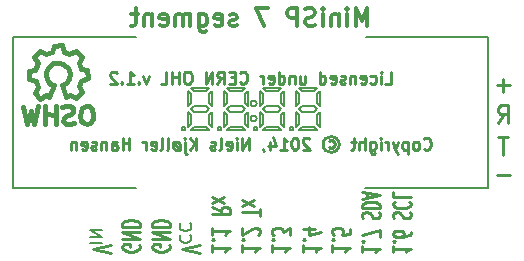
<source format=gbo>
%FSLAX34Y34*%
G04 Gerber Fmt 3.4, Leading zero omitted, Abs format*
G04 (created by PCBNEW (2013-12-28 BZR 4579)-product) date ons 26 feb 2014 22:49:01 CET*
%MOIN*%
G01*
G70*
G90*
G04 APERTURE LIST*
%ADD10C,0.005906*%
%ADD11C,0.008858*%
%ADD12C,0.011811*%
%ADD13C,0.009843*%
%ADD14C,0.008000*%
%ADD15C,0.015000*%
%ADD16O,0.064961X0.100000*%
%ADD17O,0.100000X0.065000*%
%ADD18O,0.065000X0.100000*%
G04 APERTURE END LIST*
G54D10*
G54D11*
X53693Y-42343D02*
X53880Y-42343D01*
X53880Y-41949D01*
X53562Y-42343D02*
X53562Y-42080D01*
X53562Y-41949D02*
X53580Y-41968D01*
X53562Y-41987D01*
X53543Y-41968D01*
X53562Y-41949D01*
X53562Y-41987D01*
X53205Y-42324D02*
X53243Y-42343D01*
X53318Y-42343D01*
X53355Y-42324D01*
X53374Y-42305D01*
X53393Y-42268D01*
X53393Y-42155D01*
X53374Y-42118D01*
X53355Y-42099D01*
X53318Y-42080D01*
X53243Y-42080D01*
X53205Y-42099D01*
X52887Y-42324D02*
X52924Y-42343D01*
X52999Y-42343D01*
X53037Y-42324D01*
X53055Y-42287D01*
X53055Y-42137D01*
X53037Y-42099D01*
X52999Y-42080D01*
X52924Y-42080D01*
X52887Y-42099D01*
X52868Y-42137D01*
X52868Y-42174D01*
X53055Y-42212D01*
X52699Y-42080D02*
X52699Y-42343D01*
X52699Y-42118D02*
X52680Y-42099D01*
X52643Y-42080D01*
X52587Y-42080D01*
X52549Y-42099D01*
X52530Y-42137D01*
X52530Y-42343D01*
X52362Y-42324D02*
X52324Y-42343D01*
X52249Y-42343D01*
X52212Y-42324D01*
X52193Y-42287D01*
X52193Y-42268D01*
X52212Y-42230D01*
X52249Y-42212D01*
X52305Y-42212D01*
X52343Y-42193D01*
X52362Y-42155D01*
X52362Y-42137D01*
X52343Y-42099D01*
X52305Y-42080D01*
X52249Y-42080D01*
X52212Y-42099D01*
X51874Y-42324D02*
X51912Y-42343D01*
X51987Y-42343D01*
X52024Y-42324D01*
X52043Y-42287D01*
X52043Y-42137D01*
X52024Y-42099D01*
X51987Y-42080D01*
X51912Y-42080D01*
X51874Y-42099D01*
X51856Y-42137D01*
X51856Y-42174D01*
X52043Y-42212D01*
X51518Y-42343D02*
X51518Y-41949D01*
X51518Y-42324D02*
X51556Y-42343D01*
X51631Y-42343D01*
X51668Y-42324D01*
X51687Y-42305D01*
X51706Y-42268D01*
X51706Y-42155D01*
X51687Y-42118D01*
X51668Y-42099D01*
X51631Y-42080D01*
X51556Y-42080D01*
X51518Y-42099D01*
X50862Y-42080D02*
X50862Y-42343D01*
X51031Y-42080D02*
X51031Y-42287D01*
X51012Y-42324D01*
X50974Y-42343D01*
X50918Y-42343D01*
X50881Y-42324D01*
X50862Y-42305D01*
X50674Y-42080D02*
X50674Y-42343D01*
X50674Y-42118D02*
X50656Y-42099D01*
X50618Y-42080D01*
X50562Y-42080D01*
X50524Y-42099D01*
X50506Y-42137D01*
X50506Y-42343D01*
X50149Y-42343D02*
X50149Y-41949D01*
X50149Y-42324D02*
X50187Y-42343D01*
X50262Y-42343D01*
X50299Y-42324D01*
X50318Y-42305D01*
X50337Y-42268D01*
X50337Y-42155D01*
X50318Y-42118D01*
X50299Y-42099D01*
X50262Y-42080D01*
X50187Y-42080D01*
X50149Y-42099D01*
X49812Y-42324D02*
X49850Y-42343D01*
X49925Y-42343D01*
X49962Y-42324D01*
X49981Y-42287D01*
X49981Y-42137D01*
X49962Y-42099D01*
X49925Y-42080D01*
X49850Y-42080D01*
X49812Y-42099D01*
X49793Y-42137D01*
X49793Y-42174D01*
X49981Y-42212D01*
X49625Y-42343D02*
X49625Y-42080D01*
X49625Y-42155D02*
X49606Y-42118D01*
X49587Y-42099D01*
X49550Y-42080D01*
X49512Y-42080D01*
X48856Y-42305D02*
X48875Y-42324D01*
X48931Y-42343D01*
X48968Y-42343D01*
X49025Y-42324D01*
X49062Y-42287D01*
X49081Y-42249D01*
X49100Y-42174D01*
X49100Y-42118D01*
X49081Y-42043D01*
X49062Y-42005D01*
X49025Y-41968D01*
X48968Y-41949D01*
X48931Y-41949D01*
X48875Y-41968D01*
X48856Y-41987D01*
X48687Y-42137D02*
X48556Y-42137D01*
X48500Y-42343D02*
X48687Y-42343D01*
X48687Y-41949D01*
X48500Y-41949D01*
X48106Y-42343D02*
X48237Y-42155D01*
X48331Y-42343D02*
X48331Y-41949D01*
X48181Y-41949D01*
X48143Y-41968D01*
X48125Y-41987D01*
X48106Y-42024D01*
X48106Y-42080D01*
X48125Y-42118D01*
X48143Y-42137D01*
X48181Y-42155D01*
X48331Y-42155D01*
X47937Y-42343D02*
X47937Y-41949D01*
X47712Y-42343D01*
X47712Y-41949D01*
X47150Y-41949D02*
X47075Y-41949D01*
X47037Y-41968D01*
X47000Y-42005D01*
X46981Y-42080D01*
X46981Y-42212D01*
X47000Y-42287D01*
X47037Y-42324D01*
X47075Y-42343D01*
X47150Y-42343D01*
X47187Y-42324D01*
X47225Y-42287D01*
X47244Y-42212D01*
X47244Y-42080D01*
X47225Y-42005D01*
X47187Y-41968D01*
X47150Y-41949D01*
X46812Y-42343D02*
X46812Y-41949D01*
X46812Y-42137D02*
X46587Y-42137D01*
X46587Y-42343D02*
X46587Y-41949D01*
X46212Y-42343D02*
X46400Y-42343D01*
X46400Y-41949D01*
X45819Y-42080D02*
X45725Y-42343D01*
X45631Y-42080D01*
X45481Y-42305D02*
X45463Y-42324D01*
X45481Y-42343D01*
X45500Y-42324D01*
X45481Y-42305D01*
X45481Y-42343D01*
X45088Y-42343D02*
X45313Y-42343D01*
X45200Y-42343D02*
X45200Y-41949D01*
X45238Y-42005D01*
X45275Y-42043D01*
X45313Y-42062D01*
X44919Y-42305D02*
X44900Y-42324D01*
X44919Y-42343D01*
X44938Y-42324D01*
X44919Y-42305D01*
X44919Y-42343D01*
X44750Y-41987D02*
X44731Y-41968D01*
X44694Y-41949D01*
X44600Y-41949D01*
X44563Y-41968D01*
X44544Y-41987D01*
X44525Y-42024D01*
X44525Y-42062D01*
X44544Y-42118D01*
X44769Y-42343D01*
X44525Y-42343D01*
G54D12*
X53107Y-40424D02*
X53107Y-39834D01*
X52910Y-40255D01*
X52713Y-39834D01*
X52713Y-40424D01*
X52432Y-40424D02*
X52432Y-40030D01*
X52432Y-39834D02*
X52460Y-39862D01*
X52432Y-39890D01*
X52404Y-39862D01*
X52432Y-39834D01*
X52432Y-39890D01*
X52151Y-40030D02*
X52151Y-40424D01*
X52151Y-40087D02*
X52123Y-40059D01*
X52066Y-40030D01*
X51982Y-40030D01*
X51926Y-40059D01*
X51898Y-40115D01*
X51898Y-40424D01*
X51616Y-40424D02*
X51616Y-40030D01*
X51616Y-39834D02*
X51645Y-39862D01*
X51616Y-39890D01*
X51588Y-39862D01*
X51616Y-39834D01*
X51616Y-39890D01*
X51363Y-40396D02*
X51279Y-40424D01*
X51138Y-40424D01*
X51082Y-40396D01*
X51054Y-40368D01*
X51026Y-40312D01*
X51026Y-40255D01*
X51054Y-40199D01*
X51082Y-40171D01*
X51138Y-40143D01*
X51251Y-40115D01*
X51307Y-40087D01*
X51335Y-40059D01*
X51363Y-40002D01*
X51363Y-39946D01*
X51335Y-39890D01*
X51307Y-39862D01*
X51251Y-39834D01*
X51110Y-39834D01*
X51026Y-39862D01*
X50773Y-40424D02*
X50773Y-39834D01*
X50548Y-39834D01*
X50492Y-39862D01*
X50464Y-39890D01*
X50435Y-39946D01*
X50435Y-40030D01*
X50464Y-40087D01*
X50492Y-40115D01*
X50548Y-40143D01*
X50773Y-40143D01*
X49789Y-39834D02*
X49395Y-39834D01*
X49648Y-40424D01*
X48748Y-40396D02*
X48692Y-40424D01*
X48579Y-40424D01*
X48523Y-40396D01*
X48495Y-40340D01*
X48495Y-40312D01*
X48523Y-40255D01*
X48579Y-40227D01*
X48664Y-40227D01*
X48720Y-40199D01*
X48748Y-40143D01*
X48748Y-40115D01*
X48720Y-40059D01*
X48664Y-40030D01*
X48579Y-40030D01*
X48523Y-40059D01*
X48017Y-40396D02*
X48073Y-40424D01*
X48186Y-40424D01*
X48242Y-40396D01*
X48270Y-40340D01*
X48270Y-40115D01*
X48242Y-40059D01*
X48186Y-40030D01*
X48073Y-40030D01*
X48017Y-40059D01*
X47989Y-40115D01*
X47989Y-40171D01*
X48270Y-40227D01*
X47483Y-40030D02*
X47483Y-40508D01*
X47511Y-40565D01*
X47539Y-40593D01*
X47595Y-40621D01*
X47679Y-40621D01*
X47736Y-40593D01*
X47483Y-40396D02*
X47539Y-40424D01*
X47651Y-40424D01*
X47708Y-40396D01*
X47736Y-40368D01*
X47764Y-40312D01*
X47764Y-40143D01*
X47736Y-40087D01*
X47708Y-40059D01*
X47651Y-40030D01*
X47539Y-40030D01*
X47483Y-40059D01*
X47201Y-40424D02*
X47201Y-40030D01*
X47201Y-40087D02*
X47173Y-40059D01*
X47117Y-40030D01*
X47033Y-40030D01*
X46976Y-40059D01*
X46948Y-40115D01*
X46948Y-40424D01*
X46948Y-40115D02*
X46920Y-40059D01*
X46864Y-40030D01*
X46780Y-40030D01*
X46723Y-40059D01*
X46695Y-40115D01*
X46695Y-40424D01*
X46189Y-40396D02*
X46245Y-40424D01*
X46358Y-40424D01*
X46414Y-40396D01*
X46442Y-40340D01*
X46442Y-40115D01*
X46414Y-40059D01*
X46358Y-40030D01*
X46245Y-40030D01*
X46189Y-40059D01*
X46161Y-40115D01*
X46161Y-40171D01*
X46442Y-40227D01*
X45908Y-40030D02*
X45908Y-40424D01*
X45908Y-40087D02*
X45880Y-40059D01*
X45823Y-40030D01*
X45739Y-40030D01*
X45683Y-40059D01*
X45655Y-40115D01*
X45655Y-40424D01*
X45458Y-40030D02*
X45233Y-40030D01*
X45374Y-39834D02*
X45374Y-40340D01*
X45345Y-40396D01*
X45289Y-40424D01*
X45233Y-40424D01*
G54D11*
X54977Y-44510D02*
X54996Y-44529D01*
X55052Y-44548D01*
X55089Y-44548D01*
X55146Y-44529D01*
X55183Y-44491D01*
X55202Y-44454D01*
X55221Y-44379D01*
X55221Y-44323D01*
X55202Y-44248D01*
X55183Y-44210D01*
X55146Y-44173D01*
X55089Y-44154D01*
X55052Y-44154D01*
X54996Y-44173D01*
X54977Y-44191D01*
X54752Y-44548D02*
X54790Y-44529D01*
X54808Y-44510D01*
X54827Y-44473D01*
X54827Y-44360D01*
X54808Y-44323D01*
X54790Y-44304D01*
X54752Y-44285D01*
X54696Y-44285D01*
X54658Y-44304D01*
X54640Y-44323D01*
X54621Y-44360D01*
X54621Y-44473D01*
X54640Y-44510D01*
X54658Y-44529D01*
X54696Y-44548D01*
X54752Y-44548D01*
X54452Y-44285D02*
X54452Y-44679D01*
X54452Y-44304D02*
X54415Y-44285D01*
X54340Y-44285D01*
X54302Y-44304D01*
X54283Y-44323D01*
X54265Y-44360D01*
X54265Y-44473D01*
X54283Y-44510D01*
X54302Y-44529D01*
X54340Y-44548D01*
X54415Y-44548D01*
X54452Y-44529D01*
X54133Y-44285D02*
X54040Y-44548D01*
X53946Y-44285D02*
X54040Y-44548D01*
X54077Y-44641D01*
X54096Y-44660D01*
X54133Y-44679D01*
X53796Y-44548D02*
X53796Y-44285D01*
X53796Y-44360D02*
X53777Y-44323D01*
X53758Y-44304D01*
X53721Y-44285D01*
X53683Y-44285D01*
X53552Y-44548D02*
X53552Y-44285D01*
X53552Y-44154D02*
X53571Y-44173D01*
X53552Y-44191D01*
X53533Y-44173D01*
X53552Y-44154D01*
X53552Y-44191D01*
X53196Y-44285D02*
X53196Y-44604D01*
X53215Y-44641D01*
X53233Y-44660D01*
X53271Y-44679D01*
X53327Y-44679D01*
X53365Y-44660D01*
X53196Y-44529D02*
X53233Y-44548D01*
X53308Y-44548D01*
X53346Y-44529D01*
X53365Y-44510D01*
X53383Y-44473D01*
X53383Y-44360D01*
X53365Y-44323D01*
X53346Y-44304D01*
X53308Y-44285D01*
X53233Y-44285D01*
X53196Y-44304D01*
X53008Y-44548D02*
X53008Y-44154D01*
X52840Y-44548D02*
X52840Y-44341D01*
X52859Y-44304D01*
X52896Y-44285D01*
X52952Y-44285D01*
X52990Y-44304D01*
X53008Y-44323D01*
X52709Y-44285D02*
X52559Y-44285D01*
X52652Y-44154D02*
X52652Y-44491D01*
X52634Y-44529D01*
X52596Y-44548D01*
X52559Y-44548D01*
X51809Y-44248D02*
X51846Y-44229D01*
X51921Y-44229D01*
X51959Y-44248D01*
X51996Y-44285D01*
X52015Y-44323D01*
X52015Y-44398D01*
X51996Y-44435D01*
X51959Y-44473D01*
X51921Y-44491D01*
X51846Y-44491D01*
X51809Y-44473D01*
X51884Y-44098D02*
X51977Y-44116D01*
X52071Y-44173D01*
X52127Y-44266D01*
X52146Y-44360D01*
X52127Y-44454D01*
X52071Y-44548D01*
X51977Y-44604D01*
X51884Y-44623D01*
X51790Y-44604D01*
X51696Y-44548D01*
X51640Y-44454D01*
X51621Y-44360D01*
X51640Y-44266D01*
X51696Y-44173D01*
X51790Y-44116D01*
X51884Y-44098D01*
X51171Y-44191D02*
X51152Y-44173D01*
X51115Y-44154D01*
X51021Y-44154D01*
X50984Y-44173D01*
X50965Y-44191D01*
X50946Y-44229D01*
X50946Y-44266D01*
X50965Y-44323D01*
X51190Y-44548D01*
X50946Y-44548D01*
X50703Y-44154D02*
X50665Y-44154D01*
X50628Y-44173D01*
X50609Y-44191D01*
X50590Y-44229D01*
X50571Y-44304D01*
X50571Y-44398D01*
X50590Y-44473D01*
X50609Y-44510D01*
X50628Y-44529D01*
X50665Y-44548D01*
X50703Y-44548D01*
X50740Y-44529D01*
X50759Y-44510D01*
X50778Y-44473D01*
X50796Y-44398D01*
X50796Y-44304D01*
X50778Y-44229D01*
X50759Y-44191D01*
X50740Y-44173D01*
X50703Y-44154D01*
X50196Y-44548D02*
X50421Y-44548D01*
X50309Y-44548D02*
X50309Y-44154D01*
X50346Y-44210D01*
X50384Y-44248D01*
X50421Y-44266D01*
X49859Y-44285D02*
X49859Y-44548D01*
X49953Y-44135D02*
X50046Y-44416D01*
X49803Y-44416D01*
X49634Y-44529D02*
X49634Y-44548D01*
X49653Y-44585D01*
X49671Y-44604D01*
X49165Y-44548D02*
X49165Y-44154D01*
X48940Y-44548D01*
X48940Y-44154D01*
X48753Y-44548D02*
X48753Y-44285D01*
X48753Y-44154D02*
X48772Y-44173D01*
X48753Y-44191D01*
X48734Y-44173D01*
X48753Y-44154D01*
X48753Y-44191D01*
X48415Y-44529D02*
X48453Y-44548D01*
X48528Y-44548D01*
X48565Y-44529D01*
X48584Y-44491D01*
X48584Y-44341D01*
X48565Y-44304D01*
X48528Y-44285D01*
X48453Y-44285D01*
X48415Y-44304D01*
X48397Y-44341D01*
X48397Y-44379D01*
X48584Y-44416D01*
X48172Y-44548D02*
X48209Y-44529D01*
X48228Y-44491D01*
X48228Y-44154D01*
X48040Y-44529D02*
X48003Y-44548D01*
X47928Y-44548D01*
X47890Y-44529D01*
X47872Y-44491D01*
X47872Y-44473D01*
X47890Y-44435D01*
X47928Y-44416D01*
X47984Y-44416D01*
X48022Y-44398D01*
X48040Y-44360D01*
X48040Y-44341D01*
X48022Y-44304D01*
X47984Y-44285D01*
X47928Y-44285D01*
X47890Y-44304D01*
X47403Y-44548D02*
X47403Y-44154D01*
X47178Y-44548D02*
X47347Y-44323D01*
X47178Y-44154D02*
X47403Y-44379D01*
X47009Y-44285D02*
X47009Y-44623D01*
X47028Y-44660D01*
X47065Y-44679D01*
X47084Y-44679D01*
X47009Y-44154D02*
X47028Y-44173D01*
X47009Y-44191D01*
X46991Y-44173D01*
X47009Y-44154D01*
X47009Y-44191D01*
X46616Y-44285D02*
X46859Y-44548D01*
X46766Y-44548D02*
X46803Y-44529D01*
X46822Y-44510D01*
X46841Y-44473D01*
X46841Y-44360D01*
X46822Y-44323D01*
X46803Y-44304D01*
X46766Y-44285D01*
X46709Y-44285D01*
X46672Y-44304D01*
X46653Y-44323D01*
X46634Y-44360D01*
X46634Y-44473D01*
X46653Y-44510D01*
X46672Y-44529D01*
X46709Y-44548D01*
X46766Y-44548D01*
X46409Y-44548D02*
X46447Y-44529D01*
X46466Y-44491D01*
X46466Y-44154D01*
X46203Y-44548D02*
X46241Y-44529D01*
X46259Y-44491D01*
X46259Y-44154D01*
X45903Y-44529D02*
X45941Y-44548D01*
X46016Y-44548D01*
X46053Y-44529D01*
X46072Y-44491D01*
X46072Y-44341D01*
X46053Y-44304D01*
X46016Y-44285D01*
X45941Y-44285D01*
X45903Y-44304D01*
X45884Y-44341D01*
X45884Y-44379D01*
X46072Y-44416D01*
X45716Y-44548D02*
X45716Y-44285D01*
X45716Y-44360D02*
X45697Y-44323D01*
X45678Y-44304D01*
X45641Y-44285D01*
X45603Y-44285D01*
X45172Y-44548D02*
X45172Y-44154D01*
X45172Y-44341D02*
X44947Y-44341D01*
X44947Y-44548D02*
X44947Y-44154D01*
X44591Y-44548D02*
X44591Y-44341D01*
X44610Y-44304D01*
X44647Y-44285D01*
X44722Y-44285D01*
X44760Y-44304D01*
X44591Y-44529D02*
X44628Y-44548D01*
X44722Y-44548D01*
X44760Y-44529D01*
X44778Y-44491D01*
X44778Y-44454D01*
X44760Y-44416D01*
X44722Y-44398D01*
X44628Y-44398D01*
X44591Y-44379D01*
X44403Y-44285D02*
X44403Y-44548D01*
X44403Y-44323D02*
X44385Y-44304D01*
X44347Y-44285D01*
X44291Y-44285D01*
X44253Y-44304D01*
X44235Y-44341D01*
X44235Y-44548D01*
X44066Y-44529D02*
X44028Y-44548D01*
X43953Y-44548D01*
X43916Y-44529D01*
X43897Y-44491D01*
X43897Y-44473D01*
X43916Y-44435D01*
X43953Y-44416D01*
X44010Y-44416D01*
X44047Y-44398D01*
X44066Y-44360D01*
X44066Y-44341D01*
X44047Y-44304D01*
X44010Y-44285D01*
X43953Y-44285D01*
X43916Y-44304D01*
X43578Y-44529D02*
X43616Y-44548D01*
X43691Y-44548D01*
X43728Y-44529D01*
X43747Y-44491D01*
X43747Y-44341D01*
X43728Y-44304D01*
X43691Y-44285D01*
X43616Y-44285D01*
X43578Y-44304D01*
X43560Y-44341D01*
X43560Y-44379D01*
X43747Y-44416D01*
X43391Y-44285D02*
X43391Y-44548D01*
X43391Y-44323D02*
X43372Y-44304D01*
X43335Y-44285D01*
X43278Y-44285D01*
X43241Y-44304D01*
X43222Y-44341D01*
X43222Y-44548D01*
G54D13*
X57806Y-44125D02*
X57469Y-44125D01*
X57637Y-44715D02*
X57637Y-44125D01*
X57455Y-43652D02*
X57651Y-43371D01*
X57792Y-43652D02*
X57792Y-43062D01*
X57567Y-43062D01*
X57511Y-43090D01*
X57483Y-43118D01*
X57455Y-43174D01*
X57455Y-43259D01*
X57483Y-43315D01*
X57511Y-43343D01*
X57567Y-43371D01*
X57792Y-43371D01*
X57412Y-45396D02*
X57862Y-45396D01*
X57412Y-42404D02*
X57862Y-42404D01*
X57637Y-42629D02*
X57637Y-42179D01*
G54D14*
X46879Y-47401D02*
X46860Y-47420D01*
X46841Y-47476D01*
X46841Y-47513D01*
X46860Y-47570D01*
X46898Y-47607D01*
X46935Y-47626D01*
X47010Y-47645D01*
X47066Y-47645D01*
X47141Y-47626D01*
X47179Y-47607D01*
X47216Y-47570D01*
X47235Y-47513D01*
X47235Y-47476D01*
X47216Y-47420D01*
X47198Y-47401D01*
X46879Y-47007D02*
X46860Y-47026D01*
X46841Y-47082D01*
X46841Y-47120D01*
X46860Y-47176D01*
X46898Y-47213D01*
X46935Y-47232D01*
X47010Y-47251D01*
X47066Y-47251D01*
X47141Y-47232D01*
X47179Y-47213D01*
X47216Y-47176D01*
X47235Y-47120D01*
X47235Y-47082D01*
X47216Y-47026D01*
X47198Y-47007D01*
G54D13*
X47523Y-47982D02*
X46932Y-47851D01*
X47523Y-47720D01*
G54D11*
X53952Y-47750D02*
X53952Y-47952D01*
X53952Y-47851D02*
X54543Y-47851D01*
X54459Y-47885D01*
X54402Y-47918D01*
X54374Y-47952D01*
X54009Y-47598D02*
X53980Y-47581D01*
X53952Y-47598D01*
X53980Y-47615D01*
X54009Y-47598D01*
X53952Y-47598D01*
X54543Y-47277D02*
X54543Y-47345D01*
X54515Y-47378D01*
X54487Y-47395D01*
X54402Y-47429D01*
X54290Y-47446D01*
X54065Y-47446D01*
X54009Y-47429D01*
X53980Y-47412D01*
X53952Y-47378D01*
X53952Y-47311D01*
X53980Y-47277D01*
X54009Y-47260D01*
X54065Y-47243D01*
X54205Y-47243D01*
X54262Y-47260D01*
X54290Y-47277D01*
X54318Y-47311D01*
X54318Y-47378D01*
X54290Y-47412D01*
X54262Y-47429D01*
X54205Y-47446D01*
X53980Y-46838D02*
X53952Y-46788D01*
X53952Y-46703D01*
X53980Y-46670D01*
X54009Y-46653D01*
X54065Y-46636D01*
X54121Y-46636D01*
X54177Y-46653D01*
X54205Y-46670D01*
X54234Y-46703D01*
X54262Y-46771D01*
X54290Y-46805D01*
X54318Y-46822D01*
X54374Y-46838D01*
X54430Y-46838D01*
X54487Y-46822D01*
X54515Y-46805D01*
X54543Y-46771D01*
X54543Y-46687D01*
X54515Y-46636D01*
X54009Y-46282D02*
X53980Y-46298D01*
X53952Y-46349D01*
X53952Y-46383D01*
X53980Y-46433D01*
X54037Y-46467D01*
X54093Y-46484D01*
X54205Y-46501D01*
X54290Y-46501D01*
X54402Y-46484D01*
X54459Y-46467D01*
X54515Y-46433D01*
X54543Y-46383D01*
X54543Y-46349D01*
X54515Y-46298D01*
X54487Y-46282D01*
X53952Y-45961D02*
X53952Y-46130D01*
X54543Y-46130D01*
X52932Y-47750D02*
X52932Y-47952D01*
X52932Y-47851D02*
X53523Y-47851D01*
X53439Y-47885D01*
X53382Y-47918D01*
X53354Y-47952D01*
X52989Y-47598D02*
X52960Y-47581D01*
X52932Y-47598D01*
X52960Y-47615D01*
X52989Y-47598D01*
X52932Y-47598D01*
X53523Y-47463D02*
X53523Y-47226D01*
X52932Y-47378D01*
X52960Y-46838D02*
X52932Y-46788D01*
X52932Y-46703D01*
X52960Y-46670D01*
X52989Y-46653D01*
X53045Y-46636D01*
X53101Y-46636D01*
X53157Y-46653D01*
X53185Y-46670D01*
X53214Y-46703D01*
X53242Y-46771D01*
X53270Y-46805D01*
X53298Y-46822D01*
X53354Y-46838D01*
X53410Y-46838D01*
X53467Y-46822D01*
X53495Y-46805D01*
X53523Y-46771D01*
X53523Y-46687D01*
X53495Y-46636D01*
X52932Y-46484D02*
X53523Y-46484D01*
X53523Y-46400D01*
X53495Y-46349D01*
X53439Y-46315D01*
X53382Y-46298D01*
X53270Y-46282D01*
X53185Y-46282D01*
X53073Y-46298D01*
X53017Y-46315D01*
X52960Y-46349D01*
X52932Y-46400D01*
X52932Y-46484D01*
X53101Y-46147D02*
X53101Y-45978D01*
X52932Y-46180D02*
X53523Y-46062D01*
X52932Y-45944D01*
G54D13*
X51932Y-47720D02*
X51932Y-47945D01*
X51932Y-47832D02*
X52523Y-47832D01*
X52439Y-47870D01*
X52382Y-47907D01*
X52354Y-47945D01*
X51989Y-47551D02*
X51960Y-47532D01*
X51932Y-47551D01*
X51960Y-47570D01*
X51989Y-47551D01*
X51932Y-47551D01*
X52523Y-47176D02*
X52523Y-47363D01*
X52242Y-47382D01*
X52270Y-47363D01*
X52298Y-47326D01*
X52298Y-47232D01*
X52270Y-47195D01*
X52242Y-47176D01*
X52185Y-47157D01*
X52045Y-47157D01*
X51989Y-47176D01*
X51960Y-47195D01*
X51932Y-47232D01*
X51932Y-47326D01*
X51960Y-47363D01*
X51989Y-47382D01*
X50952Y-47720D02*
X50952Y-47945D01*
X50952Y-47832D02*
X51543Y-47832D01*
X51459Y-47870D01*
X51402Y-47907D01*
X51374Y-47945D01*
X51009Y-47551D02*
X50980Y-47532D01*
X50952Y-47551D01*
X50980Y-47570D01*
X51009Y-47551D01*
X50952Y-47551D01*
X51346Y-47195D02*
X50952Y-47195D01*
X51571Y-47288D02*
X51149Y-47382D01*
X51149Y-47138D01*
X49932Y-47720D02*
X49932Y-47945D01*
X49932Y-47832D02*
X50523Y-47832D01*
X50439Y-47870D01*
X50382Y-47907D01*
X50354Y-47945D01*
X49989Y-47551D02*
X49960Y-47532D01*
X49932Y-47551D01*
X49960Y-47570D01*
X49989Y-47551D01*
X49932Y-47551D01*
X50523Y-47401D02*
X50523Y-47157D01*
X50298Y-47288D01*
X50298Y-47232D01*
X50270Y-47195D01*
X50242Y-47176D01*
X50185Y-47157D01*
X50045Y-47157D01*
X49989Y-47176D01*
X49960Y-47195D01*
X49932Y-47232D01*
X49932Y-47345D01*
X49960Y-47382D01*
X49989Y-47401D01*
X48932Y-47720D02*
X48932Y-47945D01*
X48932Y-47832D02*
X49523Y-47832D01*
X49439Y-47870D01*
X49382Y-47907D01*
X49354Y-47945D01*
X48989Y-47551D02*
X48960Y-47532D01*
X48932Y-47551D01*
X48960Y-47570D01*
X48989Y-47551D01*
X48932Y-47551D01*
X49467Y-47382D02*
X49495Y-47363D01*
X49523Y-47326D01*
X49523Y-47232D01*
X49495Y-47195D01*
X49467Y-47176D01*
X49410Y-47157D01*
X49354Y-47157D01*
X49270Y-47176D01*
X48932Y-47401D01*
X48932Y-47157D01*
X49523Y-46745D02*
X49523Y-46520D01*
X48932Y-46632D02*
X49523Y-46632D01*
X48932Y-46426D02*
X49326Y-46220D01*
X49326Y-46426D02*
X48932Y-46220D01*
X47932Y-47720D02*
X47932Y-47945D01*
X47932Y-47832D02*
X48523Y-47832D01*
X48439Y-47870D01*
X48382Y-47907D01*
X48354Y-47945D01*
X47989Y-47551D02*
X47960Y-47532D01*
X47932Y-47551D01*
X47960Y-47570D01*
X47989Y-47551D01*
X47932Y-47551D01*
X47932Y-47157D02*
X47932Y-47382D01*
X47932Y-47270D02*
X48523Y-47270D01*
X48439Y-47307D01*
X48382Y-47345D01*
X48354Y-47382D01*
X47932Y-46463D02*
X48214Y-46595D01*
X47932Y-46688D02*
X48523Y-46688D01*
X48523Y-46538D01*
X48495Y-46501D01*
X48467Y-46482D01*
X48410Y-46463D01*
X48326Y-46463D01*
X48270Y-46482D01*
X48242Y-46501D01*
X48214Y-46538D01*
X48214Y-46688D01*
X47932Y-46332D02*
X48326Y-46126D01*
X48326Y-46332D02*
X47932Y-46126D01*
X46495Y-47720D02*
X46523Y-47757D01*
X46523Y-47813D01*
X46495Y-47870D01*
X46439Y-47907D01*
X46382Y-47926D01*
X46270Y-47945D01*
X46185Y-47945D01*
X46073Y-47926D01*
X46017Y-47907D01*
X45960Y-47870D01*
X45932Y-47813D01*
X45932Y-47776D01*
X45960Y-47720D01*
X45989Y-47701D01*
X46185Y-47701D01*
X46185Y-47776D01*
X45932Y-47532D02*
X46523Y-47532D01*
X45932Y-47307D01*
X46523Y-47307D01*
X45932Y-47120D02*
X46523Y-47120D01*
X46523Y-47026D01*
X46495Y-46970D01*
X46439Y-46932D01*
X46382Y-46913D01*
X46270Y-46895D01*
X46185Y-46895D01*
X46073Y-46913D01*
X46017Y-46932D01*
X45960Y-46970D01*
X45932Y-47026D01*
X45932Y-47120D01*
G54D14*
X43861Y-47646D02*
X44255Y-47646D01*
X43861Y-47458D02*
X44255Y-47458D01*
X43861Y-47233D01*
X44255Y-47233D01*
G54D13*
X45495Y-47720D02*
X45523Y-47757D01*
X45523Y-47813D01*
X45495Y-47870D01*
X45439Y-47907D01*
X45382Y-47926D01*
X45270Y-47945D01*
X45185Y-47945D01*
X45073Y-47926D01*
X45017Y-47907D01*
X44960Y-47870D01*
X44932Y-47813D01*
X44932Y-47776D01*
X44960Y-47720D01*
X44989Y-47701D01*
X45185Y-47701D01*
X45185Y-47776D01*
X44932Y-47532D02*
X45523Y-47532D01*
X44932Y-47307D01*
X45523Y-47307D01*
X44932Y-47120D02*
X45523Y-47120D01*
X45523Y-47026D01*
X45495Y-46970D01*
X45439Y-46932D01*
X45382Y-46913D01*
X45270Y-46895D01*
X45185Y-46895D01*
X45073Y-46913D01*
X45017Y-46932D01*
X44960Y-46970D01*
X44932Y-47026D01*
X44932Y-47120D01*
X44543Y-48002D02*
X43952Y-47871D01*
X44543Y-47740D01*
G54D10*
X49412Y-43507D02*
G75*
G03X49412Y-43507I-100J0D01*
G74*
G01*
X49412Y-43007D02*
G75*
G03X49412Y-43007I-100J0D01*
G74*
G01*
X47012Y-43807D02*
X47012Y-43907D01*
X47012Y-43907D02*
X46912Y-43907D01*
X46912Y-43907D02*
X46912Y-43807D01*
X46912Y-43807D02*
X47012Y-43807D01*
X47212Y-43707D02*
X47112Y-43807D01*
X47112Y-43807D02*
X47112Y-43407D01*
X47112Y-43407D02*
X47112Y-43307D01*
X47112Y-43307D02*
X47212Y-43407D01*
X47212Y-43407D02*
X47212Y-43707D01*
X47812Y-43907D02*
X47712Y-43807D01*
X47712Y-43807D02*
X47312Y-43807D01*
X47312Y-43807D02*
X47212Y-43907D01*
X47212Y-43907D02*
X47812Y-43907D01*
X47812Y-43407D02*
X47912Y-43307D01*
X47912Y-43307D02*
X47912Y-43807D01*
X47912Y-43807D02*
X47812Y-43707D01*
X47812Y-43707D02*
X47812Y-43407D01*
X47712Y-43107D02*
X47812Y-43207D01*
X47812Y-43207D02*
X47712Y-43307D01*
X47712Y-43307D02*
X47312Y-43307D01*
X47312Y-43307D02*
X47212Y-43207D01*
X47212Y-43207D02*
X47312Y-43107D01*
X47312Y-43107D02*
X47712Y-43107D01*
X47212Y-42707D02*
X47112Y-42607D01*
X47112Y-42607D02*
X47112Y-43107D01*
X47112Y-43107D02*
X47212Y-43007D01*
X47212Y-43007D02*
X47212Y-42707D01*
X47812Y-42707D02*
X47912Y-42607D01*
X47912Y-42607D02*
X47912Y-43107D01*
X47912Y-43107D02*
X47812Y-43007D01*
X47812Y-43007D02*
X47812Y-42707D01*
X47812Y-42507D02*
X47212Y-42507D01*
X47212Y-42507D02*
X47312Y-42607D01*
X47312Y-42607D02*
X47712Y-42607D01*
X47712Y-42607D02*
X47812Y-42507D01*
X49412Y-43807D02*
X49412Y-43907D01*
X49412Y-43907D02*
X49312Y-43907D01*
X49312Y-43907D02*
X49312Y-43807D01*
X49312Y-43807D02*
X49412Y-43807D01*
X49612Y-43707D02*
X49512Y-43807D01*
X49512Y-43807D02*
X49512Y-43407D01*
X49512Y-43407D02*
X49512Y-43307D01*
X49512Y-43307D02*
X49612Y-43407D01*
X49612Y-43407D02*
X49612Y-43707D01*
X50212Y-43907D02*
X50112Y-43807D01*
X50112Y-43807D02*
X49712Y-43807D01*
X49712Y-43807D02*
X49612Y-43907D01*
X49612Y-43907D02*
X50212Y-43907D01*
X50212Y-43407D02*
X50312Y-43307D01*
X50312Y-43307D02*
X50312Y-43807D01*
X50312Y-43807D02*
X50212Y-43707D01*
X50212Y-43707D02*
X50212Y-43407D01*
X50112Y-43107D02*
X50212Y-43207D01*
X50212Y-43207D02*
X50112Y-43307D01*
X50112Y-43307D02*
X49712Y-43307D01*
X49712Y-43307D02*
X49612Y-43207D01*
X49612Y-43207D02*
X49712Y-43107D01*
X49712Y-43107D02*
X50112Y-43107D01*
X49612Y-42707D02*
X49512Y-42607D01*
X49512Y-42607D02*
X49512Y-43107D01*
X49512Y-43107D02*
X49612Y-43007D01*
X49612Y-43007D02*
X49612Y-42707D01*
X50212Y-42707D02*
X50312Y-42607D01*
X50312Y-42607D02*
X50312Y-43107D01*
X50312Y-43107D02*
X50212Y-43007D01*
X50212Y-43007D02*
X50212Y-42707D01*
X50212Y-42507D02*
X49612Y-42507D01*
X49612Y-42507D02*
X49712Y-42607D01*
X49712Y-42607D02*
X50112Y-42607D01*
X50112Y-42607D02*
X50212Y-42507D01*
X48912Y-42607D02*
X49012Y-42507D01*
X48512Y-42607D02*
X48912Y-42607D01*
X48412Y-42507D02*
X48512Y-42607D01*
X49012Y-42507D02*
X48412Y-42507D01*
X49012Y-43007D02*
X49012Y-42707D01*
X49112Y-43107D02*
X49012Y-43007D01*
X49112Y-42607D02*
X49112Y-43107D01*
X49012Y-42707D02*
X49112Y-42607D01*
X48412Y-43007D02*
X48412Y-42707D01*
X48312Y-43107D02*
X48412Y-43007D01*
X48312Y-42607D02*
X48312Y-43107D01*
X48412Y-42707D02*
X48312Y-42607D01*
X48512Y-43107D02*
X48912Y-43107D01*
X48412Y-43207D02*
X48512Y-43107D01*
X48512Y-43307D02*
X48412Y-43207D01*
X48912Y-43307D02*
X48512Y-43307D01*
X49012Y-43207D02*
X48912Y-43307D01*
X48912Y-43107D02*
X49012Y-43207D01*
X49012Y-43707D02*
X49012Y-43407D01*
X49112Y-43807D02*
X49012Y-43707D01*
X49112Y-43307D02*
X49112Y-43807D01*
X49012Y-43407D02*
X49112Y-43307D01*
X48412Y-43907D02*
X49012Y-43907D01*
X48512Y-43807D02*
X48412Y-43907D01*
X48912Y-43807D02*
X48512Y-43807D01*
X49012Y-43907D02*
X48912Y-43807D01*
X48412Y-43407D02*
X48412Y-43707D01*
X48312Y-43307D02*
X48412Y-43407D01*
X48312Y-43407D02*
X48312Y-43307D01*
X48312Y-43807D02*
X48312Y-43407D01*
X48412Y-43707D02*
X48312Y-43807D01*
X48112Y-43807D02*
X48212Y-43807D01*
X48112Y-43907D02*
X48112Y-43807D01*
X48212Y-43907D02*
X48112Y-43907D01*
X48212Y-43807D02*
X48212Y-43907D01*
X50612Y-43807D02*
X50612Y-43907D01*
X50612Y-43907D02*
X50512Y-43907D01*
X50512Y-43907D02*
X50512Y-43807D01*
X50512Y-43807D02*
X50612Y-43807D01*
X50812Y-43707D02*
X50712Y-43807D01*
X50712Y-43807D02*
X50712Y-43407D01*
X50712Y-43407D02*
X50712Y-43307D01*
X50712Y-43307D02*
X50812Y-43407D01*
X50812Y-43407D02*
X50812Y-43707D01*
X51412Y-43907D02*
X51312Y-43807D01*
X51312Y-43807D02*
X50912Y-43807D01*
X50912Y-43807D02*
X50812Y-43907D01*
X50812Y-43907D02*
X51412Y-43907D01*
X51412Y-43407D02*
X51512Y-43307D01*
X51512Y-43307D02*
X51512Y-43807D01*
X51512Y-43807D02*
X51412Y-43707D01*
X51412Y-43707D02*
X51412Y-43407D01*
X51312Y-43107D02*
X51412Y-43207D01*
X51412Y-43207D02*
X51312Y-43307D01*
X51312Y-43307D02*
X50912Y-43307D01*
X50912Y-43307D02*
X50812Y-43207D01*
X50812Y-43207D02*
X50912Y-43107D01*
X50912Y-43107D02*
X51312Y-43107D01*
X50812Y-42707D02*
X50712Y-42607D01*
X50712Y-42607D02*
X50712Y-43107D01*
X50712Y-43107D02*
X50812Y-43007D01*
X50812Y-43007D02*
X50812Y-42707D01*
X51412Y-42707D02*
X51512Y-42607D01*
X51512Y-42607D02*
X51512Y-43107D01*
X51512Y-43107D02*
X51412Y-43007D01*
X51412Y-43007D02*
X51412Y-42707D01*
X51412Y-42507D02*
X50812Y-42507D01*
X50812Y-42507D02*
X50912Y-42607D01*
X50912Y-42607D02*
X51312Y-42607D01*
X51312Y-42607D02*
X51412Y-42507D01*
X53051Y-40787D02*
X57122Y-40787D01*
X45374Y-45826D02*
X41303Y-45826D01*
X41303Y-45826D02*
X41303Y-40787D01*
X41303Y-40787D02*
X45374Y-40787D01*
X57122Y-40787D02*
X57122Y-45826D01*
X57122Y-45826D02*
X53031Y-45826D01*
G54D15*
X42138Y-43106D02*
X41996Y-43685D01*
X41996Y-43685D02*
X41886Y-43267D01*
X41886Y-43267D02*
X41764Y-43689D01*
X41764Y-43689D02*
X41630Y-43118D01*
X42697Y-43378D02*
X42386Y-43374D01*
X42386Y-43374D02*
X42382Y-43378D01*
X42382Y-43378D02*
X42382Y-43374D01*
X42366Y-43094D02*
X42366Y-43701D01*
X42716Y-43090D02*
X42716Y-43708D01*
X42716Y-43708D02*
X42712Y-43704D01*
X42933Y-43130D02*
X43071Y-43098D01*
X43071Y-43098D02*
X43197Y-43094D01*
X43197Y-43094D02*
X43291Y-43173D01*
X43291Y-43173D02*
X43303Y-43279D01*
X43303Y-43279D02*
X43208Y-43374D01*
X43208Y-43374D02*
X43055Y-43425D01*
X43055Y-43425D02*
X42984Y-43488D01*
X42984Y-43488D02*
X42968Y-43606D01*
X42968Y-43606D02*
X43059Y-43693D01*
X43059Y-43693D02*
X43185Y-43704D01*
X43185Y-43704D02*
X43323Y-43661D01*
X43732Y-43090D02*
X43830Y-43098D01*
X43830Y-43098D02*
X43925Y-43193D01*
X43925Y-43193D02*
X43960Y-43386D01*
X43960Y-43386D02*
X43949Y-43523D01*
X43949Y-43523D02*
X43870Y-43649D01*
X43870Y-43649D02*
X43771Y-43697D01*
X43771Y-43697D02*
X43649Y-43669D01*
X43649Y-43669D02*
X43563Y-43598D01*
X43563Y-43598D02*
X43535Y-43417D01*
X43535Y-43417D02*
X43555Y-43256D01*
X43555Y-43256D02*
X43598Y-43145D01*
X43598Y-43145D02*
X43740Y-43094D01*
X43496Y-42413D02*
X43598Y-42634D01*
X43598Y-42634D02*
X43386Y-42838D01*
X43386Y-42838D02*
X43181Y-42732D01*
X43181Y-42732D02*
X43071Y-42795D01*
X42504Y-42787D02*
X42374Y-42712D01*
X42374Y-42712D02*
X42201Y-42842D01*
X42201Y-42842D02*
X42015Y-42649D01*
X42015Y-42649D02*
X42126Y-42460D01*
X42126Y-42460D02*
X42051Y-42275D01*
X42051Y-42275D02*
X41811Y-42201D01*
X41811Y-42201D02*
X41811Y-41933D01*
X41811Y-41933D02*
X42031Y-41878D01*
X42031Y-41878D02*
X42110Y-41653D01*
X42110Y-41653D02*
X42004Y-41468D01*
X42004Y-41468D02*
X42189Y-41267D01*
X42189Y-41267D02*
X42393Y-41370D01*
X42393Y-41370D02*
X42578Y-41291D01*
X42578Y-41291D02*
X42645Y-41078D01*
X42645Y-41078D02*
X42917Y-41071D01*
X42917Y-41071D02*
X43000Y-41287D01*
X43000Y-41287D02*
X43165Y-41354D01*
X43165Y-41354D02*
X43382Y-41248D01*
X43382Y-41248D02*
X43586Y-41456D01*
X43586Y-41456D02*
X43488Y-41669D01*
X43488Y-41669D02*
X43555Y-41858D01*
X43555Y-41858D02*
X43771Y-41897D01*
X43771Y-41897D02*
X43775Y-42173D01*
X43775Y-42173D02*
X43555Y-42252D01*
X43555Y-42252D02*
X43500Y-42409D01*
X42657Y-42401D02*
X42539Y-42342D01*
X42539Y-42342D02*
X42460Y-42264D01*
X42460Y-42264D02*
X42401Y-42106D01*
X42401Y-42106D02*
X42401Y-41949D01*
X42401Y-41949D02*
X42460Y-41811D01*
X42460Y-41811D02*
X42638Y-41673D01*
X42638Y-41673D02*
X42815Y-41653D01*
X42815Y-41653D02*
X42972Y-41693D01*
X42972Y-41693D02*
X43130Y-41830D01*
X43130Y-41830D02*
X43189Y-42008D01*
X43189Y-42008D02*
X43169Y-42204D01*
X43169Y-42204D02*
X43071Y-42323D01*
X43071Y-42323D02*
X42933Y-42401D01*
X42933Y-42401D02*
X43071Y-42795D01*
X42657Y-42401D02*
X42500Y-42795D01*
%LPC*%
G54D16*
X52712Y-45307D03*
X51712Y-45307D03*
X50712Y-45307D03*
X49712Y-45307D03*
X48712Y-45307D03*
X47712Y-45307D03*
X46712Y-45307D03*
X45712Y-45307D03*
X45712Y-41307D03*
X46712Y-41307D03*
X47712Y-41307D03*
X48712Y-41307D03*
X49712Y-41307D03*
X50712Y-41307D03*
X51712Y-41307D03*
X52712Y-41307D03*
G54D17*
X58464Y-42397D03*
X58464Y-43397D03*
X58464Y-44397D03*
X58464Y-45397D03*
G54D18*
X44212Y-48622D03*
X45212Y-48622D03*
X46212Y-48622D03*
X47212Y-48622D03*
X48212Y-48622D03*
X49212Y-48622D03*
X50212Y-48622D03*
X51212Y-48622D03*
X52212Y-48622D03*
X53212Y-48622D03*
X54212Y-48622D03*
M02*

</source>
